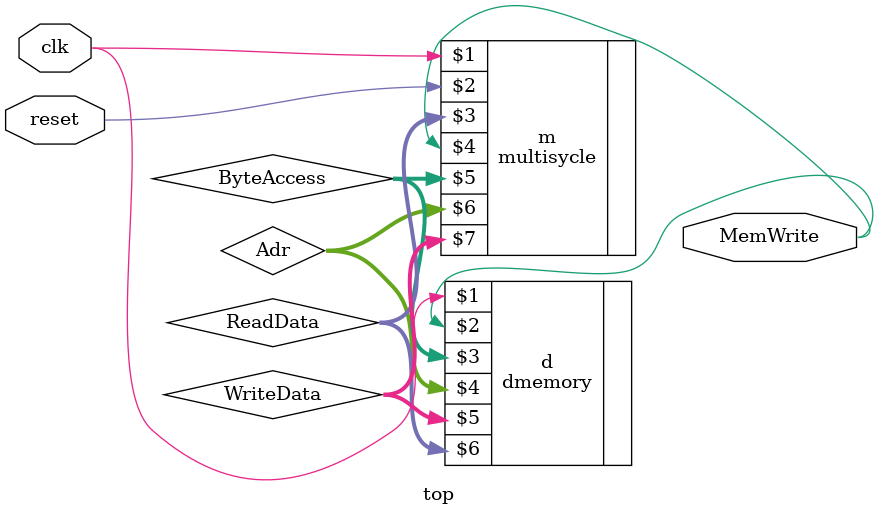
<source format=sv>
module top(input  logic clk,
           input  logic reset,
           //output logic [31:0] Adr, WriteData,
           output logic        MemWrite
           );
logic [31:0] ReadData;
logic [31:0] Adr, WriteData;
logic [1:0]  ByteAccess;

multisycle m(clk, reset, ReadData, MemWrite, ByteAccess, Adr, WriteData);

dmemory    d(clk, MemWrite, ByteAccess, Adr, WriteData, ReadData);
           
endmodule
</source>
